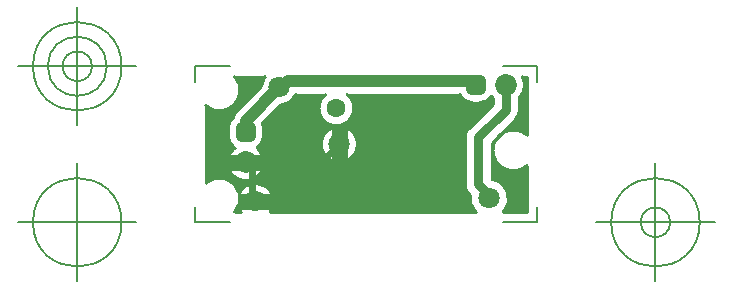
<source format=gbr>
G04 Generated by Ultiboard 14.0 *
%FSLAX34Y34*%
%MOMM*%

%ADD10C,0.0001*%
%ADD11C,0.2540*%
%ADD12C,0.6000*%
%ADD13C,1.0000*%
%ADD14C,0.8000*%
%ADD15C,0.1270*%
%ADD16C,1.6000*%
%ADD17C,1.8500*%
%ADD18R,0.7051X0.7051*%
%ADD19C,0.9949*%
%ADD20C,1.8000*%


G04 ColorRGB 0000FF for the following layer *
%LNCopper Bottom*%
%LPD*%
G54D10*
G36*
X20522Y997000D02*
X20522Y997000D01*
X46040Y997000D01*
G74*
D01*
G03X43169Y988824I12380J8939*
G01*
X43169Y988824D01*
X21992Y967648D01*
G74*
D01*
G03X18906Y961915I8008J8008*
G01*
G74*
D01*
G03X15176Y953525I7569J8389*
G01*
X15176Y953525D01*
X15176Y946475D01*
G75*
D01*
G03X20508Y936879I11299J-1*
G01*
G74*
D01*
G03X15489Y930104I9492J12279*
G01*
X15489Y930104D01*
X44511Y930104D01*
G74*
D01*
G03X39492Y936879I14511J5503*
G01*
G75*
D01*
G03X44824Y946475I-5967J9595*
G01*
X44824Y946475D01*
X44824Y953525D01*
G74*
D01*
G03X44039Y957664I11299J1*
G01*
X44039Y957664D01*
X59184Y972809D01*
G74*
D01*
G03X72355Y981815I764J15251*
G01*
X72355Y981815D01*
X97456Y981815D01*
G75*
D01*
G03X115904Y981815I9224J-11534*
G01*
X115904Y981815D01*
X211181Y981815D01*
G75*
D01*
G03X221475Y975176I10293J4660*
G01*
X221475Y975176D01*
X228525Y975176D01*
G74*
D01*
G03X238121Y980508I1J11299*
G01*
G74*
D01*
G03X239075Y979387I12283J9487*
G01*
X239075Y979387D01*
X239075Y973911D01*
X218792Y953628D01*
G75*
D01*
G03X215475Y945605I8008J-8008*
G01*
X215475Y945605D01*
X215475Y906051D01*
G75*
D01*
G03X218792Y898032I11325J-11*
G01*
X218792Y898032D01*
X220157Y896668D01*
G75*
D01*
G03X224690Y882600I16063J-2589*
G01*
X224690Y882600D01*
X50480Y882600D01*
G74*
D01*
G03X52378Y886125I12380J8939*
G01*
X52378Y886125D01*
X23822Y886125D01*
G74*
D01*
G03X25720Y882600I14278J5414*
G01*
X25720Y882600D01*
X20522Y882600D01*
G75*
D01*
G03X24649Y896955I-12901J11480*
G01*
X24649Y896955D01*
X52378Y896955D01*
G75*
D01*
G03X24380Y898244I-14278J-5414*
G01*
G75*
D01*
G03X-3860Y906982I-16760J-4163*
G01*
X-3860Y906982D01*
X-3860Y972618D01*
G75*
D01*
G03X20522Y997000I11492J12890*
G01*
D02*
G37*
%LPC*%
G36*
X35100Y891540D02*
G75*
D01*
G03X35100Y891540I3000J0*
G01*
D02*
G37*
G36*
X44511Y919096D02*
X44511Y919096D01*
X15489Y919096D01*
G75*
D01*
G03X44511Y919096I14511J5502*
G01*
D02*
G37*
G36*
X26250Y924600D02*
G75*
D01*
G03X26250Y924600I3750J0*
G01*
D02*
G37*
G36*
X103805Y954078D02*
G75*
D01*
G03X103805Y925522I5414J-14278*
G01*
X103805Y925522D01*
X103805Y954078D01*
D02*
G37*
G36*
X114635Y954078D02*
X114635Y954078D01*
X114635Y925522D01*
G75*
D01*
G03X114635Y954078I-5414J14278*
G01*
D02*
G37*
G36*
X106220Y939800D02*
G75*
D01*
G03X106220Y939800I3000J0*
G01*
D02*
G37*
%LPD*%
G36*
X264252Y997000D02*
X264252Y997000D01*
X268020Y997000D01*
X268020Y947622D01*
G75*
D01*
G03X268020Y921818I-11479J-12902*
G01*
X268020Y921818D01*
X268020Y882600D01*
X247750Y882600D01*
G75*
D01*
G03X238695Y910161I-11529J11480*
G01*
X238695Y910161D01*
X238125Y910731D01*
X238125Y940929D01*
X258399Y961203D01*
G75*
D01*
G03X261725Y969220I-7999J8017*
G01*
X261725Y969220D01*
X261725Y979387D01*
G75*
D01*
G03X264252Y997000I-11324J10613*
G01*
D02*
G37*
G54D11*
X264252Y997000D02*
X268020Y997000D01*
X268020Y947622D01*
G75*
D01*
G03X268020Y921818I-11479J-12902*
G01*
X268020Y882600D01*
X247750Y882600D01*
G75*
D01*
G03X238695Y910161I-11529J11480*
G01*
X238125Y910731D01*
X238125Y940929D01*
X258399Y961203D01*
G75*
D01*
G03X261725Y969220I-7999J8017*
G01*
X261725Y979387D01*
G75*
D01*
G03X264252Y997000I-11324J10613*
G01*
X35100Y891540D02*
G75*
D01*
G03X35100Y891540I3000J0*
G01*
X44511Y919096D02*
X15489Y919096D01*
G75*
D01*
G03X44511Y919096I14511J5502*
G01*
X26250Y924600D02*
G75*
D01*
G03X26250Y924600I3750J0*
G01*
X103805Y954078D02*
G75*
D01*
G03X103805Y925522I5414J-14278*
G01*
X103805Y954078D01*
X114635Y954078D02*
X114635Y925522D01*
G75*
D01*
G03X114635Y954078I-5414J14278*
G01*
X106220Y939800D02*
G75*
D01*
G03X106220Y939800I3000J0*
G01*
X20522Y997000D02*
X46040Y997000D01*
G74*
D01*
G03X43169Y988824I12380J8939*
G01*
X21992Y967648D01*
G74*
D01*
G03X18906Y961915I8008J8008*
G01*
G74*
D01*
G03X15176Y953525I7569J8389*
G01*
X15176Y946475D01*
G75*
D01*
G03X20508Y936879I11299J-1*
G01*
G74*
D01*
G03X15489Y930104I9492J12279*
G01*
X44511Y930104D01*
G74*
D01*
G03X39492Y936879I14511J5503*
G01*
G75*
D01*
G03X44824Y946475I-5967J9595*
G01*
X44824Y953525D01*
G74*
D01*
G03X44039Y957664I11299J1*
G01*
X59184Y972809D01*
G74*
D01*
G03X72355Y981815I764J15251*
G01*
X97456Y981815D01*
G75*
D01*
G03X115904Y981815I9224J-11534*
G01*
X211181Y981815D01*
G75*
D01*
G03X221475Y975176I10293J4660*
G01*
X228525Y975176D01*
G74*
D01*
G03X238121Y980508I1J11299*
G01*
G74*
D01*
G03X239075Y979387I12283J9487*
G01*
X239075Y973911D01*
X218792Y953628D01*
G75*
D01*
G03X215475Y945605I8008J-8008*
G01*
X215475Y906051D01*
G75*
D01*
G03X218792Y898032I11325J-11*
G01*
X220157Y896668D01*
G75*
D01*
G03X224690Y882600I16063J-2589*
G01*
X50480Y882600D01*
G74*
D01*
G03X52378Y886125I12380J8939*
G01*
X23822Y886125D01*
G74*
D01*
G03X25720Y882600I14278J5414*
G01*
X20522Y882600D01*
G75*
D01*
G03X24649Y896955I-12901J11480*
G01*
X52378Y896955D01*
G75*
D01*
G03X24380Y898244I-14278J-5414*
G01*
G75*
D01*
G03X-3860Y906982I-16760J-4163*
G01*
X-3860Y972618D01*
G75*
D01*
G03X20522Y997000I11492J12890*
G01*
G54D12*
X35560Y891540D02*
X38100Y889000D01*
X106480Y939600D02*
X109220Y942340D01*
X35080Y924520D02*
X93940Y924520D01*
X109220Y939800D01*
X35560Y891540D02*
X35560Y918960D01*
X38100Y921500D01*
G54D13*
X58420Y988060D02*
X30000Y959640D01*
X30000Y955000D01*
X65540Y993140D02*
X222460Y993140D01*
X65540Y993140D02*
X63000Y990600D01*
X225000Y990600D02*
X225200Y990600D01*
X222460Y993140D02*
X225000Y990600D01*
G54D14*
X236220Y896620D02*
X236220Y894080D01*
X238650Y895350D02*
X237380Y894080D01*
X226800Y945620D02*
X226800Y906040D01*
X236220Y896620D01*
X226800Y945620D02*
X250400Y969220D01*
X250400Y990000D01*
G54D15*
X-12700Y873760D02*
X-12700Y886968D01*
X-12700Y873760D02*
X16256Y873760D01*
X276860Y873760D02*
X247904Y873760D01*
X276860Y873760D02*
X276860Y886968D01*
X276860Y1005840D02*
X276860Y992632D01*
X276860Y1005840D02*
X247904Y1005840D01*
X-12700Y1005840D02*
X16256Y1005840D01*
X-12700Y1005840D02*
X-12700Y992632D01*
X-62700Y873760D02*
X-162700Y873760D01*
X-112700Y823760D02*
X-112700Y923760D01*
X-150200Y873760D02*
G75*
D01*
G02X-150200Y873760I37500J0*
G01*
X326860Y873760D02*
X426860Y873760D01*
X376860Y823760D02*
X376860Y923760D01*
X339360Y873760D02*
G75*
D01*
G02X339360Y873760I37500J0*
G01*
X364360Y873760D02*
G75*
D01*
G02X364360Y873760I12500J0*
G01*
X-62700Y1005840D02*
X-162700Y1005840D01*
X-112700Y955840D02*
X-112700Y1055840D01*
X-150200Y1005840D02*
G75*
D01*
G02X-150200Y1005840I37500J0*
G01*
X-137700Y1005840D02*
G75*
D01*
G02X-137700Y1005840I25000J0*
G01*
X-125200Y1005840D02*
G75*
D01*
G02X-125200Y1005840I12500J0*
G01*
G54D16*
X106680Y970280D03*
G54D17*
X250400Y990000D03*
X30000Y924600D03*
G54D18*
X225000Y990000D03*
X30000Y950000D03*
G54D19*
X221475Y986475D02*
X228525Y986475D01*
X228525Y993525D01*
X221475Y993525D01*
X221475Y986475D01*D02*
X26475Y946475D02*
X33525Y946475D01*
X33525Y953525D01*
X26475Y953525D01*
X26475Y946475D01*D02*
G54D20*
X58420Y988060D03*
X109220Y939800D03*
X38100Y891540D03*
X236220Y894080D03*

M02*

</source>
